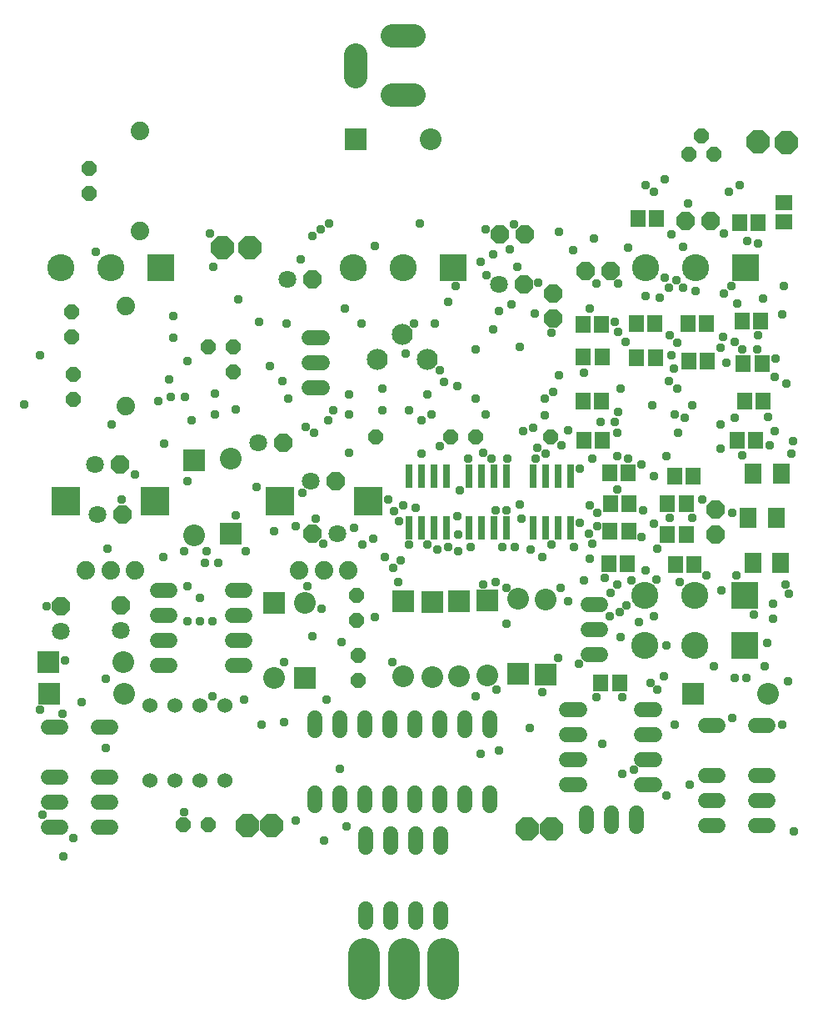
<source format=gbr>
G04 EAGLE Gerber X2 export*
%TF.Part,Single*%
%TF.FileFunction,Soldermask,Top,1*%
%TF.FilePolarity,Negative*%
%TF.GenerationSoftware,Autodesk,EAGLE,9.0.0*%
%TF.CreationDate,2019-09-03T03:29:10Z*%
G75*
%MOMM*%
%FSLAX34Y34*%
%LPD*%
%AMOC8*
5,1,8,0,0,1.08239X$1,22.5*%
G01*
%ADD10C,1.879600*%
%ADD11R,3.003200X3.003200*%
%ADD12R,2.743200X2.743200*%
%ADD13C,2.743200*%
%ADD14C,1.803400*%
%ADD15P,1.951982X8X22.500000*%
%ADD16P,1.951982X8X202.500000*%
%ADD17P,1.951982X8X292.500000*%
%ADD18P,1.951982X8X112.500000*%
%ADD19C,2.203200*%
%ADD20R,2.203200X2.203200*%
%ADD21C,1.524000*%
%ADD22P,2.556822X8X22.500000*%
%ADD23R,0.803200X2.403200*%
%ADD24C,1.524000*%
%ADD25P,1.649562X8X22.500000*%
%ADD26C,2.387600*%
%ADD27C,1.511200*%
%ADD28P,1.649562X8X202.500000*%
%ADD29P,1.649562X8X112.500000*%
%ADD30C,2.133600*%
%ADD31R,1.803200X2.006200*%
%ADD32R,1.503200X1.803200*%
%ADD33R,1.803200X1.503200*%
%ADD34C,3.213100*%
%ADD35P,2.556822X8X382.300000*%
%ADD36P,2.556822X8X382.400000*%
%ADD37C,0.959600*%


D10*
X655850Y425288D03*
X630850Y425288D03*
X605850Y425288D03*
D11*
X585850Y495288D03*
X675850Y495288D03*
D12*
X762043Y732854D03*
D13*
X711243Y732854D03*
X660443Y732854D03*
D14*
X593600Y720800D03*
D15*
X619000Y720800D03*
D16*
X1024200Y780400D03*
X998800Y780400D03*
D17*
X863600Y706700D03*
X863600Y681300D03*
X1028600Y486700D03*
X1028600Y461300D03*
D14*
X808400Y715800D03*
D15*
X833800Y715800D03*
D14*
X424200Y364000D03*
D18*
X424200Y389400D03*
D14*
X644600Y462200D03*
D16*
X619200Y462200D03*
D14*
X617800Y515800D03*
D15*
X643200Y515800D03*
D14*
X564100Y555000D03*
D15*
X589500Y555000D03*
X809800Y766600D03*
X835200Y766600D03*
D14*
X400500Y482000D03*
D15*
X425900Y482000D03*
X896800Y729600D03*
X922200Y729600D03*
D14*
X363200Y363800D03*
D18*
X363200Y389200D03*
D14*
X398200Y532800D03*
D15*
X423600Y532800D03*
D19*
X580500Y315700D03*
D20*
X580500Y391900D03*
D19*
X427700Y300300D03*
D20*
X351500Y300300D03*
D10*
X429500Y693300D03*
X429500Y591700D03*
D19*
X768300Y317900D03*
D20*
X768300Y394100D03*
D19*
X797300Y318500D03*
D20*
X797300Y394700D03*
D19*
X828300Y396300D03*
D20*
X828300Y320100D03*
D19*
X856300Y395700D03*
D20*
X856300Y319500D03*
D19*
X498700Y460900D03*
D20*
X498700Y537100D03*
D19*
X536300Y538500D03*
D20*
X536300Y462300D03*
D19*
X611700Y392300D03*
D20*
X611700Y316100D03*
D19*
X739700Y863300D03*
D20*
X663500Y863300D03*
D19*
X1082100Y300300D03*
D20*
X1005900Y300300D03*
D19*
X711300Y317500D03*
D20*
X711300Y393700D03*
D10*
X443500Y871300D03*
X443500Y769700D03*
D19*
X741300Y317100D03*
D20*
X741300Y393300D03*
D19*
X427300Y332300D03*
D20*
X351100Y332300D03*
D12*
X1058805Y349330D03*
D13*
X1008005Y349330D03*
X957205Y349330D03*
D12*
X1058805Y400130D03*
D13*
X1008005Y400130D03*
X957205Y400130D03*
D12*
X1059183Y732724D03*
D13*
X1008383Y732724D03*
X957583Y732724D03*
D21*
X948092Y178864D02*
X948092Y165656D01*
X922692Y165656D02*
X922692Y178864D01*
X897292Y178864D02*
X897292Y165656D01*
D22*
X555700Y752500D03*
X1072500Y860500D03*
D23*
X742550Y520700D03*
X742550Y468700D03*
X755250Y520700D03*
X729850Y520700D03*
X717150Y520700D03*
X755250Y468700D03*
X729850Y468700D03*
X717150Y468700D03*
D21*
X550704Y328700D02*
X537496Y328700D01*
X537496Y354100D02*
X550704Y354100D01*
X474504Y354100D02*
X461296Y354100D01*
X461296Y328700D02*
X474504Y328700D01*
X537496Y379500D02*
X550704Y379500D01*
X550704Y404900D02*
X537496Y404900D01*
X474504Y379500D02*
X461296Y379500D01*
X461296Y404900D02*
X474504Y404900D01*
D24*
X453700Y212200D03*
X479100Y212200D03*
X479100Y288400D03*
X453700Y288400D03*
X504500Y212200D03*
X529900Y212200D03*
X504500Y288400D03*
X529900Y288400D03*
D21*
X953996Y208000D02*
X967204Y208000D01*
X967204Y233400D02*
X953996Y233400D01*
X953996Y258800D02*
X967204Y258800D01*
X967204Y284200D02*
X953996Y284200D01*
X891004Y284200D02*
X877796Y284200D01*
X877796Y258800D02*
X891004Y258800D01*
X891004Y233400D02*
X877796Y233400D01*
X877796Y208000D02*
X891004Y208000D01*
D25*
X1001700Y847500D03*
X1014400Y866550D03*
X1027100Y847500D03*
D23*
X803350Y520700D03*
X803350Y468700D03*
X816050Y520700D03*
X790650Y520700D03*
X777950Y520700D03*
X816050Y468700D03*
X790650Y468700D03*
X777950Y468700D03*
X868950Y520700D03*
X868950Y468700D03*
X881650Y520700D03*
X856250Y520700D03*
X843550Y520700D03*
X881650Y468700D03*
X856250Y468700D03*
X843550Y468700D03*
D22*
X527600Y752500D03*
D26*
X663199Y926687D02*
X663199Y948531D01*
X700277Y967609D02*
X722121Y967609D01*
X722121Y907609D02*
X700277Y907609D01*
D27*
X363440Y266100D02*
X350360Y266100D01*
X350360Y215300D02*
X363440Y215300D01*
X363440Y189900D02*
X350360Y189900D01*
X350360Y164500D02*
X363440Y164500D01*
X401160Y164500D02*
X414240Y164500D01*
X414240Y189900D02*
X401160Y189900D01*
X401160Y215300D02*
X414240Y215300D01*
X414240Y266100D02*
X401160Y266100D01*
X1018360Y267500D02*
X1031440Y267500D01*
X1031440Y216700D02*
X1018360Y216700D01*
X1018360Y191300D02*
X1031440Y191300D01*
X1031440Y165900D02*
X1018360Y165900D01*
X1069160Y165900D02*
X1082240Y165900D01*
X1082240Y191300D02*
X1069160Y191300D01*
X1069160Y216700D02*
X1082240Y216700D01*
X1082240Y267500D02*
X1069160Y267500D01*
D28*
X513082Y166809D03*
X487682Y166809D03*
D29*
X392300Y808200D03*
X392300Y833600D03*
X376300Y599200D03*
X376300Y624600D03*
X374300Y662200D03*
X374300Y687600D03*
X665300Y313200D03*
X665300Y338600D03*
X664300Y374200D03*
X664300Y399600D03*
D22*
X1100700Y859500D03*
D30*
X685600Y639600D03*
X711000Y665000D03*
X736400Y639600D03*
D31*
X1095220Y432700D03*
X1066780Y432700D03*
D32*
X941200Y492800D03*
X922200Y492800D03*
D31*
X1090420Y478700D03*
X1061980Y478700D03*
D25*
X785300Y560500D03*
X861500Y560500D03*
D28*
X759300Y560500D03*
X683100Y560500D03*
D32*
X1053400Y778700D03*
X1072400Y778700D03*
X1001000Y676200D03*
X1020000Y676200D03*
X949900Y782700D03*
X968900Y782700D03*
X967800Y640800D03*
X948800Y640800D03*
X894900Y557700D03*
X913900Y557700D03*
X1007200Y430800D03*
X988200Y430800D03*
X1056000Y678200D03*
X1075000Y678200D03*
X1057200Y635200D03*
X1076200Y635200D03*
X921400Y524200D03*
X940400Y524200D03*
D33*
X1098200Y798400D03*
X1098200Y779400D03*
D32*
X1077200Y596800D03*
X1058200Y596800D03*
X999000Y461800D03*
X980000Y461800D03*
X1069900Y557300D03*
X1050900Y557300D03*
X894300Y596700D03*
X913300Y596700D03*
X894500Y641700D03*
X913500Y641700D03*
X939300Y432300D03*
X920300Y432300D03*
X921700Y464700D03*
X940700Y464700D03*
X893900Y674700D03*
X912900Y674700D03*
X948100Y675700D03*
X967100Y675700D03*
X912500Y310700D03*
X931500Y310700D03*
X1006300Y521300D03*
X987300Y521300D03*
D31*
X1095620Y523700D03*
X1067180Y523700D03*
D32*
X999100Y493300D03*
X980100Y493300D03*
X1001500Y637700D03*
X1020500Y637700D03*
D34*
X752237Y35575D02*
X752237Y5476D01*
X712105Y5476D02*
X712105Y35575D01*
X671973Y35575D02*
X671973Y5476D01*
D21*
X749500Y144296D02*
X749500Y157504D01*
X724100Y157504D02*
X724100Y144296D01*
X724100Y81304D02*
X724100Y68096D01*
X749500Y68096D02*
X749500Y81304D01*
X698700Y144296D02*
X698700Y157504D01*
X673300Y157504D02*
X673300Y144296D01*
X698700Y81304D02*
X698700Y68096D01*
X673300Y68096D02*
X673300Y81304D01*
D22*
X553100Y166500D03*
D35*
X837500Y162500D03*
D21*
X799800Y262296D02*
X799800Y275504D01*
X774400Y275504D02*
X774400Y262296D01*
X647400Y262296D02*
X647400Y275504D01*
X622000Y275504D02*
X622000Y262296D01*
X749000Y262296D02*
X749000Y275504D01*
X723600Y275504D02*
X723600Y262296D01*
X672800Y262296D02*
X672800Y275504D01*
X698200Y275504D02*
X698200Y262296D01*
X622000Y199304D02*
X622000Y186096D01*
X647400Y186096D02*
X647400Y199304D01*
X672800Y199304D02*
X672800Y186096D01*
X698200Y186096D02*
X698200Y199304D01*
X723600Y199304D02*
X723600Y186096D01*
X749000Y186096D02*
X749000Y199304D01*
X774400Y199304D02*
X774400Y186096D01*
X799800Y186096D02*
X799800Y199304D01*
D36*
X577900Y166500D03*
D22*
X862300Y162500D03*
D21*
X628904Y635800D02*
X615696Y635800D01*
X615696Y661200D02*
X628904Y661200D01*
X628904Y610400D02*
X615696Y610400D01*
X898996Y365500D02*
X912204Y365500D01*
X912204Y390900D02*
X898996Y390900D01*
X898996Y340100D02*
X912204Y340100D01*
D29*
X539000Y626400D03*
X539000Y651800D03*
X513600Y651800D03*
D10*
X438838Y425304D03*
X413838Y425304D03*
X388838Y425304D03*
D11*
X368838Y495304D03*
X458838Y495304D03*
D12*
X464975Y732897D03*
D13*
X414175Y732897D03*
X363375Y732897D03*
D37*
X987500Y583750D03*
X978750Y541250D03*
X801250Y538750D03*
X785000Y297500D03*
X1060000Y316250D03*
X1087500Y376250D03*
X518750Y733750D03*
X777500Y538750D03*
X930000Y586250D03*
X895000Y626250D03*
X953750Y532500D03*
X901250Y691250D03*
X785000Y650000D03*
X1098750Y713750D03*
X588750Y617500D03*
X1090000Y640000D03*
X766250Y612500D03*
X768750Y506250D03*
X990000Y610000D03*
X1101250Y615000D03*
X700000Y332500D03*
X618750Y358750D03*
X820000Y751250D03*
X682500Y755000D03*
X932500Y610000D03*
X907500Y716250D03*
X827500Y733750D03*
X816250Y407500D03*
X816250Y371250D03*
X505000Y373750D03*
X505000Y397500D03*
X492500Y408750D03*
X618750Y765000D03*
X792500Y545000D03*
X872500Y552500D03*
X997500Y580000D03*
X926250Y576250D03*
X912500Y576250D03*
X856250Y543750D03*
X767500Y461250D03*
X767500Y445000D03*
X852500Y438750D03*
X1072500Y663750D03*
X1033750Y651250D03*
X1033750Y573750D03*
X901250Y491250D03*
X790000Y738750D03*
X1046250Y483750D03*
X1027500Y327500D03*
X852500Y301250D03*
X790000Y238750D03*
X365000Y280000D03*
X342500Y643750D03*
X565000Y677500D03*
X607500Y741250D03*
X523750Y432500D03*
X766250Y480000D03*
X736250Y603750D03*
X863750Y606250D03*
X520000Y583750D03*
X640000Y587500D03*
X656250Y603750D03*
X931250Y382500D03*
X992500Y413750D03*
X367500Y333750D03*
X840000Y265000D03*
X816250Y486250D03*
X492500Y516250D03*
X785000Y600000D03*
X520000Y605000D03*
X996250Y712500D03*
X981250Y712500D03*
X957500Y703750D03*
X990000Y656250D03*
X937500Y657500D03*
X940000Y752500D03*
X883750Y750000D03*
X972500Y702500D03*
X1037500Y706250D03*
X1037500Y767500D03*
X891250Y528750D03*
X468750Y553750D03*
X878750Y567500D03*
X690000Y587500D03*
X1008750Y708750D03*
X848750Y717500D03*
X845000Y686250D03*
X743750Y676250D03*
X717500Y587500D03*
X713750Y645000D03*
X981250Y617500D03*
X490000Y601250D03*
X595000Y600000D03*
X621250Y565000D03*
X1033750Y548750D03*
X1072500Y757500D03*
X1077500Y701250D03*
X1051250Y696250D03*
X1056250Y650000D03*
X1040000Y636250D03*
X630000Y452500D03*
X987500Y268750D03*
X408750Y315000D03*
X706250Y413750D03*
X736250Y451250D03*
X830000Y492500D03*
X831250Y477500D03*
X670000Y451250D03*
X728750Y777500D03*
X765000Y713750D03*
X823750Y776250D03*
X746250Y446250D03*
X656250Y583750D03*
X740000Y583750D03*
X398750Y748750D03*
X707500Y475000D03*
X511250Y445000D03*
X510000Y432500D03*
X1020000Y420000D03*
X957500Y425000D03*
X903750Y538750D03*
X796250Y725000D03*
X802500Y746250D03*
X928750Y411250D03*
X871250Y407500D03*
X808750Y242500D03*
X408750Y245000D03*
X385000Y291250D03*
X722500Y676250D03*
X541250Y481250D03*
X968750Y416250D03*
X951250Y372500D03*
X682500Y377500D03*
X661250Y468750D03*
X622500Y477500D03*
X608750Y503750D03*
X562500Y510000D03*
X648750Y352500D03*
X903750Y452500D03*
X901250Y437500D03*
X792500Y411250D03*
X475000Y601250D03*
X492500Y373750D03*
X806250Y303750D03*
X1096250Y685000D03*
X1053750Y816250D03*
X957500Y816250D03*
X668750Y676250D03*
X730000Y543750D03*
X635000Y577500D03*
X730000Y577500D03*
X1082500Y581250D03*
X1107500Y556250D03*
X1108750Y160000D03*
X496250Y577500D03*
X376250Y153750D03*
X656250Y545000D03*
X940000Y538750D03*
X870000Y623750D03*
X748750Y628750D03*
X748750Y551250D03*
X1102500Y312500D03*
X966250Y521250D03*
X966250Y472500D03*
X908750Y470000D03*
X890000Y330000D03*
X711250Y491250D03*
X723750Y488750D03*
X702500Y485000D03*
X1036250Y662500D03*
X982500Y478750D03*
X991250Y565000D03*
X1048750Y580000D03*
X701250Y427500D03*
X878750Y393750D03*
X891250Y473750D03*
X953750Y458750D03*
X943750Y415000D03*
X916250Y417500D03*
X885000Y448750D03*
X708750Y435000D03*
X717500Y451250D03*
X752500Y616250D03*
X690000Y610000D03*
X681250Y457500D03*
X1042500Y810000D03*
X966250Y810000D03*
X900000Y462500D03*
X895000Y415000D03*
X805000Y413750D03*
X805000Y486250D03*
X1005000Y478750D03*
X986250Y630000D03*
X830000Y652500D03*
X812500Y448750D03*
X825000Y448750D03*
X978750Y348750D03*
X868750Y336250D03*
X1048750Y316250D03*
X962500Y311250D03*
X938750Y390000D03*
X855000Y600000D03*
X843750Y570000D03*
X612500Y571250D03*
X602500Y470000D03*
X551250Y445000D03*
X567500Y268750D03*
X913750Y248750D03*
X1088750Y621250D03*
X1088750Y566250D03*
X757500Y448750D03*
X780000Y448750D03*
X817500Y538750D03*
X847500Y550000D03*
X862500Y451250D03*
X841250Y446250D03*
X982500Y663750D03*
X983750Y643750D03*
X1103750Y401250D03*
X1071250Y650000D03*
X855000Y582500D03*
X795000Y583750D03*
X926250Y677500D03*
X862500Y666250D03*
X977500Y722500D03*
X930000Y716250D03*
X930000Y667500D03*
X846250Y538750D03*
X921250Y378750D03*
X966250Y378750D03*
X970000Y303750D03*
X576250Y632500D03*
X438750Y522500D03*
X978750Y196250D03*
X821250Y695000D03*
X652500Y691250D03*
X696250Y497500D03*
X692500Y438750D03*
X467500Y438750D03*
X757500Y697500D03*
X543750Y700000D03*
X517500Y373750D03*
X628750Y386250D03*
X1087500Y391250D03*
X488750Y180000D03*
X477500Y661250D03*
X415000Y573750D03*
X488750Y445000D03*
X517500Y297500D03*
X933750Y296250D03*
X933750Y218750D03*
X1001250Y797500D03*
X515000Y767500D03*
X627500Y771250D03*
X795000Y771250D03*
X870000Y768750D03*
X636250Y777500D03*
X592500Y676250D03*
X326250Y593750D03*
X492500Y637500D03*
X473750Y618750D03*
X425000Y497500D03*
X580000Y465000D03*
X647500Y223750D03*
X590000Y332500D03*
X907500Y296250D03*
X1050000Y420000D03*
X1035000Y405000D03*
X1046250Y275000D03*
X1106250Y543750D03*
X1096250Y268750D03*
X946250Y222500D03*
X1083750Y552500D03*
X1078750Y327500D03*
X976250Y317500D03*
X1081250Y351250D03*
X631250Y151250D03*
X541250Y588750D03*
X602500Y171250D03*
X550000Y293750D03*
X348750Y388750D03*
X653750Y165000D03*
X345000Y177500D03*
X366250Y135000D03*
X970000Y447500D03*
X613750Y408750D03*
X1048750Y657500D03*
X1045000Y713750D03*
X996250Y753750D03*
X983750Y766250D03*
X905000Y762500D03*
X833750Y566250D03*
X928750Y541250D03*
X928750Y565000D03*
X462500Y597500D03*
X928750Y507500D03*
X955000Y486250D03*
X908750Y483750D03*
X922500Y402500D03*
X477500Y683750D03*
X411250Y447500D03*
X590000Y271250D03*
X633750Y293750D03*
X1061250Y760000D03*
X808750Y688750D03*
X802500Y670000D03*
X1100000Y411250D03*
X932500Y357500D03*
X1067500Y380000D03*
X1056250Y542500D03*
X342500Y283750D03*
X1002500Y207500D03*
X977500Y822500D03*
X1015000Y497500D03*
X1005000Y592500D03*
X965000Y592500D03*
X988750Y720000D03*
M02*

</source>
